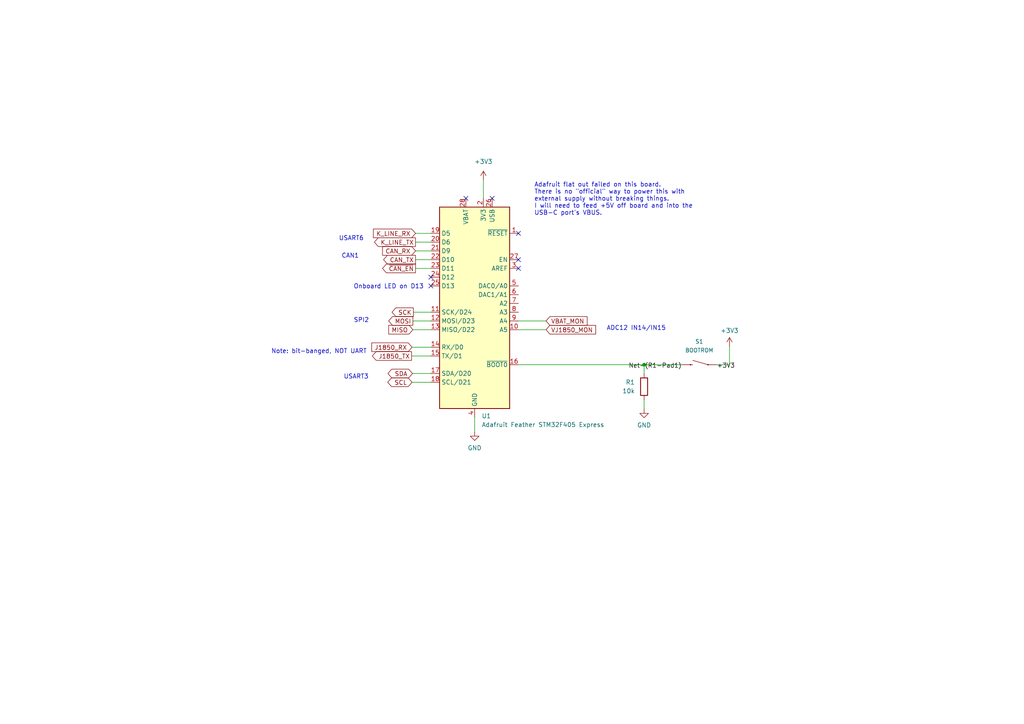
<source format=kicad_sch>
(kicad_sch (version 20211123) (generator eeschema)
  (paper "A4")
  (title_block (title "OBDII-Feather Interface") (date "2023-03-10") (rev "1.0") (company "Gavin Hurlbut"))
  (lib_symbols
    (symbol "Beirdo:Adafruit_Feather_STM32F405_Express"
      (property "Reference" "U?" (at 2.0194 -32.639 0))
      (property "Value" "Adafruit_Feather_STM32F405_Express" (at 2.0194 -35.179 0))
      (symbol "Adafruit_Feather_STM32F405_Express_0_1"
        (rectangle (start -10.16 27.94) (end 10.16 -30.48) (stroke (width 0.254)) (fill (type background)))
      )
      (symbol "Adafruit_Feather_STM32F405_Express_1_1"
        (pin input line (at 12.7 20.32 180) (length 2.54) (name "~{RESET}") (number "1"))
        (pin bidirectional line (at 12.7 -7.62 180) (length 2.54) (name "A5") (number "10"))
        (pin bidirectional line (at -12.7 -2.54 0) (length 2.54) (name "SCK/D24") (number "11"))
        (pin bidirectional line (at -12.7 -5.08 0) (length 2.54) (name "MOSI/D23") (number "12"))
        (pin bidirectional line (at -12.7 -7.62 0) (length 2.54) (name "MISO/D22") (number "13"))
        (pin bidirectional line (at -12.7 -12.7 0) (length 2.54) (name "RX/D0") (number "14"))
        (pin bidirectional line (at -12.7 -15.24 0) (length 2.54) (name "TX/D1") (number "15"))
        (pin bidirectional line (at 12.7 -17.78 180) (length 2.54) (name "~{BOOT0}") (number "16"))
        (pin bidirectional line (at -12.7 -20.32 0) (length 2.54) (name "SDA/D20") (number "17"))
        (pin bidirectional line (at -12.7 -22.86 0) (length 2.54) (name "SCL/D21") (number "18"))
        (pin bidirectional line (at -12.7 20.32 0) (length 2.54) (name "D5") (number "19"))
        (pin power_in line (at 2.54 30.48 270) (length 2.54) (name "3V3") (number "2"))
        (pin bidirectional line (at -12.7 17.78 0) (length 2.54) (name "D6") (number "20"))
        (pin bidirectional line (at -12.7 15.24 0) (length 2.54) (name "D9") (number "21"))
        (pin bidirectional line (at -12.7 12.7 0) (length 2.54) (name "D10") (number "22"))
        (pin bidirectional line (at -12.7 10.16 0) (length 2.54) (name "D11") (number "23"))
        (pin bidirectional line (at -12.7 7.62 0) (length 2.54) (name "D12") (number "24"))
        (pin bidirectional line (at -12.7 5.08 0) (length 2.54) (name "D13") (number "25"))
        (pin power_in line (at 5.08 30.48 270) (length 2.54) (name "USB") (number "26"))
        (pin input line (at 12.7 12.7 180) (length 2.54) (name "EN") (number "27"))
        (pin power_in line (at -2.54 30.48 270) (length 2.54) (name "VBAT") (number "28"))
        (pin input line (at 12.7 10.16 180) (length 2.54) (name "AREF") (number "3"))
        (pin power_in line (at 0 -33.02 90) (length 2.54) (name "GND") (number "4"))
        (pin bidirectional line (at 12.7 5.08 180) (length 2.54) (name "DAC0/A0") (number "5"))
        (pin bidirectional line (at 12.7 2.54 180) (length 2.54) (name "DAC1/A1") (number "6"))
        (pin bidirectional line (at 12.7 0 180) (length 2.54) (name "A2") (number "7"))
        (pin bidirectional line (at 12.7 -2.54 180) (length 2.54) (name "A3") (number "8"))
        (pin bidirectional line (at 12.7 -5.08 180) (length 2.54) (name "A4") (number "9"))
      )
    )
    (symbol "Beirdo:MOMENTARY-SWITCH-SPST-PTH-6.0MM" (pin_numbers hide) (pin_names (offset 1.016) hide)
      (property "Reference" "S1" (at 0 6.731 0))
      (property "Value" "MOMENTARY-SWITCH-SPST-PTH-6.0MM" (at 0 4.191 0))
      (symbol "MOMENTARY-SWITCH-SPST-PTH-6.0MM_1_0"
        (polyline (pts (xy -2.54 0) (xy 1.905 1.27)))
        (polyline (pts (xy 1.905 0) (xy 2.54 0)))
      )
      (symbol "MOMENTARY-SWITCH-SPST-PTH-6.0MM_1_1"
        (circle (center -2.54 0) (radius 0.127) (fill (type outline)))
        (circle (center 2.54 0) (radius 0.127) (fill (type outline)))
        (pin passive line (at -5.08 0 0) (length 2.54) (name "1") (number "1"))
        (pin passive line (at -5.08 -1.27 0) (length 2.54) hide (name "1") (number "2"))
        (pin passive line (at 5.08 0 180) (length 2.54) (name "2") (number "3"))
        (pin passive line (at 5.08 -1.27 180) (length 2.54) hide (name "2") (number "4"))
      )
    )
    (symbol "Device:R" (pin_numbers hide) (pin_names (offset 0))
      (property "Reference" "R" (at 2.032 0 90))
      (property "Value" "R" (at 0 0 90))
      (symbol "R_0_1"
        (rectangle (start -1.016 -2.54) (end 1.016 2.54) (stroke (width 0.254)))
      )
      (symbol "R_1_1"
        (pin passive line (at 0 3.81 270) (length 1.27) (name "~") (number "1"))
        (pin passive line (at 0 -3.81 90) (length 1.27) (name "~") (number "2"))
      )
    )
    (symbol "power:+3V3" (power) (pin_names (offset 0))
      (property "Value" "+3V3" (at 0 3.556 0))
      (symbol "+3V3_0_1"
        (polyline (pts (xy -0.762 1.27) (xy 0 2.54)))
        (polyline (pts (xy 0 0) (xy 0 2.54)))
        (polyline (pts (xy 0 2.54) (xy 0.762 1.27)))
      )
      (symbol "+3V3_1_1"
        (pin power_in line (at 0 0 90) (length 0) hide (name "+3V3") (number "1"))
      )
    )
    (symbol "power:GND" (power) (pin_names (offset 0))
      (property "Value" "GND" (at 0 -3.81 0))
      (symbol "GND_0_1"
        (polyline (pts (xy 0 0) (xy 0 -1.27) (xy 1.27 -1.27) (xy 0 -2.54) (xy -1.27 -1.27) (xy 0 -1.27)))
      )
      (symbol "GND_1_1"
        (pin power_in line (at 0 0 270) (length 0) hide (name "GND") (number "1"))
      )
    )
  )
  (junction (at 186.817 105.791))
  (no_connect (at 150.368 75.311))
  (no_connect (at 150.368 67.691))
  (no_connect (at 124.968 80.391))
  (no_connect (at 135.128 57.531))
  (no_connect (at 150.368 77.851))
  (no_connect (at 124.968 82.931))
  (no_connect (at 142.748 57.531))
  (wire (pts (xy 124.968 75.311) (xy 120.523 75.311)))
  (wire (pts (xy 119.888 90.551) (xy 124.968 90.551)))
  (wire (pts (xy 186.817 108.331) (xy 186.817 105.791)))
  (wire (pts (xy 119.38 103.251) (xy 124.968 103.251)))
  (wire (pts (xy 119.761 93.091) (xy 124.968 93.091)))
  (wire (pts (xy 211.582 105.791) (xy 207.899 105.791)))
  (wire (pts (xy 150.368 105.791) (xy 186.817 105.791)))
  (wire (pts (xy 124.968 72.771) (xy 120.523 72.771)))
  (wire (pts (xy 140.208 52.197) (xy 140.208 57.531)))
  (wire (pts (xy 120.523 70.231) (xy 124.968 70.231)))
  (wire (pts (xy 150.368 95.631) (xy 158.369 95.631)))
  (wire (pts (xy 150.368 93.091) (xy 158.369 93.091)))
  (wire (pts (xy 119.507 100.711) (xy 124.968 100.711)))
  (wire (pts (xy 119.507 110.871) (xy 124.968 110.871)))
  (wire (pts (xy 137.668 121.031) (xy 137.668 125.222)))
  (wire (pts (xy 124.968 108.331) (xy 119.634 108.331)))
  (wire (pts (xy 120.523 67.691) (xy 124.968 67.691)))
  (wire (pts (xy 119.761 95.631) (xy 124.968 95.631)))
  (wire (pts (xy 186.817 105.791) (xy 197.739 105.791)))
  (wire (pts (xy 124.968 77.851) (xy 120.523 77.851)))
  (wire (pts (xy 211.582 100.457) (xy 211.582 105.791)))
  (wire (pts (xy 186.817 115.951) (xy 186.817 118.618)))
  (text "Note: bit-banged, NOT UART" (at 106.426 102.743 180) (effects (font (size 1.27 1.27)) (justify right bottom)))
  (text "USART6" (at 105.537 69.977 180) (effects (font (size 1.27 1.27)) (justify right bottom)))
  (text "CAN1" (at 104.14 75.057 180) (effects (font (size 1.27 1.27)) (justify right bottom)))
  (text "Adafruit flat out failed on this board.\nThere is no \"official\" way to power this with\nexternal supply without breaking things.\nI will need to feed +5V off board and into the \nUSB-C port's VBUS." (at 154.94 62.611 0) (effects (font (size 1.27 1.27)) (justify left bottom)))
  (text "USART3" (at 106.934 110.109 180) (effects (font (size 1.27 1.27)) (justify right bottom)))
  (text "SPI2" (at 107.061 93.726 180) (effects (font (size 1.27 1.27)) (justify right bottom)))
  (text "ADC12 IN14/IN15" (at 193.167 96.012 180) (effects (font (size 1.27 1.27)) (justify right bottom)))
  (text "Onboard LED on D13" (at 122.936 83.947 180) (effects (font (size 1.27 1.27)) (justify right bottom)))
  (label "Net-(R1-Pad1)" (at 197.739 107.061 180))
  (label "+3V3" (at 207.899 107.061 0))
  (global_label "VBAT_MON" (shape input) (at 158.369 93.091 0) (property "Intersheet References" "${INTERSHEET_REFS}" (effects hide)))
  (global_label "~{CAN_EN}" (shape output) (at 120.523 77.851 180) (property "Intersheet References" "${INTERSHEET_REFS}" (effects hide)))
  (global_label "CAN_TX" (shape output) (at 120.523 75.311 180) (property "Intersheet References" "${INTERSHEET_REFS}" (effects hide)))
  (global_label "SDA" (shape bidirectional) (at 119.634 108.331 180) (property "Intersheet References" "${INTERSHEET_REFS}" (effects hide)))
  (global_label "SCL" (shape bidirectional) (at 119.507 110.871 180) (property "Intersheet References" "${INTERSHEET_REFS}" (effects hide)))
  (global_label "J1850_RX" (shape input) (at 119.507 100.711 180) (property "Intersheet References" "${INTERSHEET_REFS}" (effects hide)))
  (global_label "VJ1850_MON" (shape input) (at 158.369 95.631 0) (property "Intersheet References" "${INTERSHEET_REFS}" (effects hide)))
  (global_label "K_LINE_TX" (shape output) (at 120.523 70.231 180) (property "Intersheet References" "${INTERSHEET_REFS}" (effects hide)))
  (global_label "SCK" (shape output) (at 119.888 90.551 180) (property "Intersheet References" "${INTERSHEET_REFS}" (effects hide)))
  (global_label "J1850_TX" (shape output) (at 119.38 103.251 180) (property "Intersheet References" "${INTERSHEET_REFS}" (effects hide)))
  (global_label "CAN_RX" (shape input) (at 120.523 72.771 180) (property "Intersheet References" "${INTERSHEET_REFS}" (effects hide)))
  (global_label "MOSI" (shape output) (at 119.761 93.091 180) (property "Intersheet References" "${INTERSHEET_REFS}" (effects hide)))
  (global_label "MISO" (shape input) (at 119.761 95.631 180) (property "Intersheet References" "${INTERSHEET_REFS}" (effects hide)))
  (global_label "K_LINE_RX" (shape input) (at 120.523 67.691 180) (property "Intersheet References" "${INTERSHEET_REFS}" (effects hide)))
  (symbol (lib_id "Device:R") (at 186.817 112.141 0) (mirror y) (unit 1)
    (property "Reference" "R1" (at 184.15 110.8709 0) (effects (justify left)))
    (property "Value" "10k" (at 184.15 113.4109 0) (effects (justify left)))
    (property "Footprint" "Resistor_SMD:R_0805_2012Metric_Pad1.20x1.40mm_HandSolder" (effects hide))
  )
  (symbol (lib_id "power:GND") (at 186.817 118.618 0) (mirror y) (unit 1)
    (property "Reference" "#PWR08" (effects hide))
    (property "Value" "GND" (at 186.817 123.317 0))
  )
  (symbol (lib_id "power:+3V3") (at 140.208 52.197 0) (unit 1)
    (property "Reference" "#PWR07" (effects hide))
    (property "Value" "+3V3" (at 140.208 46.863 0))
  )
  (symbol (lib_id "power:+3V3") (at 211.582 100.457 0) (mirror y) (unit 1)
    (property "Reference" "#PWR09" (effects hide))
    (property "Value" "+3V3" (at 211.582 95.885 0))
  )
  (symbol (lib_id "Beirdo:MOMENTARY-SWITCH-SPST-PTH-6.0MM") (at 202.819 105.791 0) (mirror y) (unit 1)
    (property "Reference" "S1" (at 202.819 99.06 0) (effects (font (size 1.143 1.143))))
    (property "Value" "BOOTROM" (at 202.819 101.6 0) (effects (font (size 1.143 1.143))))
    (property "Footprint" "SparkFun-Switches:TACTILE_SWITCH_PTH_6.0MM" (effects hide))
    (property "Field4" " SWCH-08441" (effects hide))
  )
  (symbol (lib_id "power:GND") (at 137.668 125.222 0) (mirror y) (unit 1)
    (property "Reference" "#PWR06" (effects hide))
    (property "Value" "GND" (at 137.668 129.921 0))
  )
  (symbol (lib_id "Beirdo:Adafruit_Feather_STM32F405_Express") (at 137.668 88.011 0) (unit 1)
    (property "Reference" "U1" (at 139.6874 120.65 0) (effects (justify left)))
    (property "Value" "Adafruit Feather STM32F405 Express" (at 139.6874 123.19 0) (effects (justify left)))
    (property "Footprint" "Module:Adafruit_Feather" (effects hide))
    (property "Datasheet" "https://cdn-learn.adafruit.com/downloads/pdf/adafruit-feather-m0-express-designed-for-circuit-python-circuitpython.pdf" (effects hide))
  )
)
</source>
